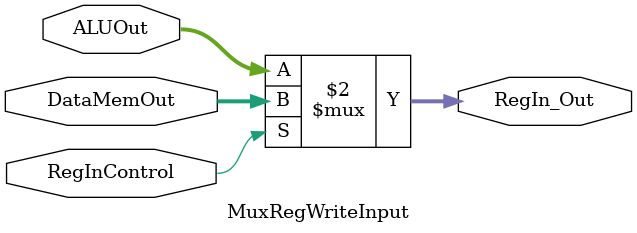
<source format=sv>

module MuxRegWriteInput(
	input [7:0]				ALUOut,
	input	[7:0]				DataMemOut,
	input						RegInControl,
	
	output logic [7:0] 	RegIn_Out
);

always_comb	RegIn_Out <= RegInControl ? DataMemOut : ALUOut;

endmodule

</source>
